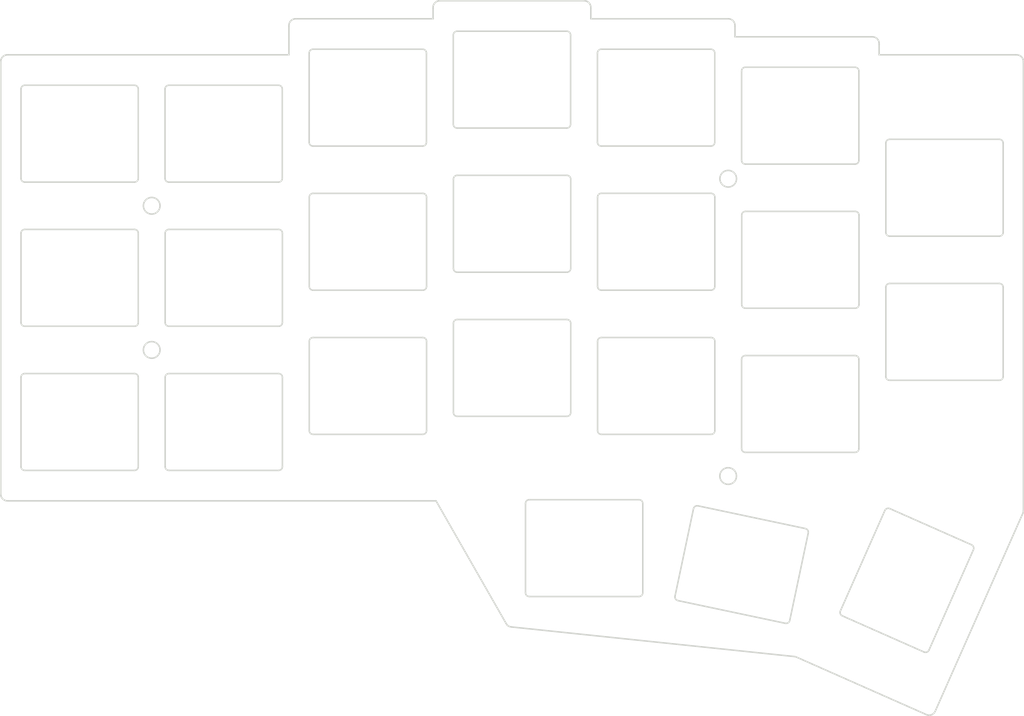
<source format=kicad_pcb>
(kicad_pcb (version 20221018) (generator pcbnew)

  (general
    (thickness 1.6)
  )

  (paper "A4")
  (title_block
    (date "2023-12-04")
  )

  (layers
    (0 "F.Cu" signal)
    (31 "B.Cu" signal)
    (32 "B.Adhes" user "B.Adhesive")
    (33 "F.Adhes" user "F.Adhesive")
    (34 "B.Paste" user)
    (35 "F.Paste" user)
    (36 "B.SilkS" user "B.Silkscreen")
    (37 "F.SilkS" user "F.Silkscreen")
    (38 "B.Mask" user)
    (39 "F.Mask" user)
    (40 "Dwgs.User" user "User.Drawings")
    (41 "Cmts.User" user "User.Comments")
    (42 "Eco1.User" user "User.Eco1")
    (43 "Eco2.User" user "User.Eco2")
    (44 "Edge.Cuts" user)
    (45 "Margin" user)
    (46 "B.CrtYd" user "B.Courtyard")
    (47 "F.CrtYd" user "F.Courtyard")
    (48 "B.Fab" user)
    (49 "F.Fab" user)
  )

  (setup
    (pad_to_mask_clearance 0.2)
    (aux_axis_origin 174 65.7)
    (grid_origin -119.462454 2.779733)
    (pcbplotparams
      (layerselection 0x00010f0_ffffffff)
      (plot_on_all_layers_selection 0x0000000_00000000)
      (disableapertmacros false)
      (usegerberextensions true)
      (usegerberattributes false)
      (usegerberadvancedattributes false)
      (creategerberjobfile false)
      (dashed_line_dash_ratio 12.000000)
      (dashed_line_gap_ratio 3.000000)
      (svgprecision 6)
      (plotframeref false)
      (viasonmask false)
      (mode 1)
      (useauxorigin false)
      (hpglpennumber 1)
      (hpglpenspeed 20)
      (hpglpendiameter 15.000000)
      (dxfpolygonmode true)
      (dxfimperialunits true)
      (dxfusepcbnewfont true)
      (psnegative false)
      (psa4output false)
      (plotreference true)
      (plotvalue true)
      (plotinvisibletext false)
      (sketchpadsonfab false)
      (subtractmaskfromsilk false)
      (outputformat 1)
      (mirror false)
      (drillshape 0)
      (scaleselection 1)
      (outputdirectory "../../../../../../../Desktop/2020-08-15/jlcpcb/corne-top/")
    )
  )

  (net 0 "")

  (gr_curve (pts (xy -23.647391 -19.346015) (xy -23.566161 -19.277964) (xy -23.485437 -19.186319) (xy -23.426646 -19.073115))
    (stroke (width 0.2) (type solid)) (layer "Edge.Cuts") (tstamp 013138bd-a07b-4f69-b925-a06615e90efc))
  (gr_arc (start -83.637454 1.142234) (mid -83.283901 1.288681) (end -83.137454 1.642234)
    (stroke (width 0.2) (type solid)) (layer "Edge.Cuts") (tstamp 02e7c0fd-cfb6-4021-b8c1-39e47fd32379))
  (gr_arc (start -22.437454 13.548484) (mid -22.291007 13.194931) (end -21.937454 13.048484)
    (stroke (width 0.2) (type solid)) (layer "Edge.Cuts") (tstamp 03fcdc9a-5cd8-4bc8-976b-0fd58a6ade60))
  (gr_curve (pts (xy -23.937766 -19.506396) (xy -23.831657 -19.473167) (xy -23.735679 -19.419979) (xy -23.647391 -19.346015))
    (stroke (width 0.2) (type solid)) (layer "Edge.Cuts") (tstamp 04bcc68e-e060-4271-ac03-283919510c2a))
  (gr_arc (start -28.188394 56.97933) (mid -28.452396 56.702294) (end -28.44318 56.319722)
    (stroke (width 0.2) (type solid)) (layer "Edge.Cuts") (tstamp 056230b1-112d-43fc-b72e-2f85cec4297b))
  (gr_arc (start -98.653346 -17.408004) (mid -98.506899 -17.761557) (end -98.153346 -17.908004)
    (stroke (width 0.2) (type solid)) (layer "Edge.Cuts") (tstamp 067a2c16-01a7-456b-a946-5d6718f8e1b1))
  (gr_arc (start -64.587454 17.810984) (mid -64.233901 17.957431) (end -64.087454 18.310984)
    (stroke (width 0.2) (type solid)) (layer "Edge.Cuts") (tstamp 06a99aab-e947-49ed-b16c-edd41830b0df))
  (gr_arc (start -21.937454 25.848484) (mid -22.291007 25.702037) (end -22.437454 25.348484)
    (stroke (width 0.2) (type solid)) (layer "Edge.Cuts") (tstamp 08f939e2-f71d-4a4e-85c8-db2ff3db3233))
  (gr_arc (start -70.062515 42.123363) (mid -69.916068 41.76981) (end -69.562515 41.623363)
    (stroke (width 0.2) (type solid)) (layer "Edge.Cuts") (tstamp 09568c7e-fb8a-4628-bf25-07df5f3f5b32))
  (gr_arc (start -83.653346 -17.908004) (mid -83.299792 -17.761558) (end -83.153346 -17.408004)
    (stroke (width 0.2) (type solid)) (layer "Edge.Cuts") (tstamp 09a103d2-1836-43ab-b420-2c0e62b74739))
  (gr_curve (pts (xy -72.494656 58.173713) (xy -72.558918 58.099914) (xy -72.603066 58.022656) (xy -72.644369 57.950377))
    (stroke (width 0.2) (type solid)) (layer "Edge.Cuts") (tstamp 09c7571e-35d0-48f0-a217-046e03ddf301))
  (gr_line (start -45.053346 -17.409461) (end -45.053346 -5.609461)
    (stroke (width 0.2) (type solid)) (layer "Edge.Cuts") (tstamp 0aaaf485-725b-47cf-81a8-05a2e85c6b81))
  (gr_line (start -22.437454 13.548484) (end -22.437454 25.348484)
    (stroke (width 0.2) (type solid)) (layer "Edge.Cuts") (tstamp 0b2bfff8-9ca9-464c-89ec-714dc074cfc8))
  (gr_line (start -34.384336 62.369967) (end -17.186286 69.984068)
    (stroke (width 0.2) (type solid)) (layer "Edge.Cuts") (tstamp 0d5a3348-b007-4389-bf4f-3fe9bb6443b8))
  (gr_line (start -41.503346 -3.225) (end -41.503346 -15.025)
    (stroke (width 0.2) (type solid)) (layer "Edge.Cuts") (tstamp 0dc2bcb1-ecc3-4685-a1c0-7297c2d09c53))
  (gr_line (start -82.278346 -23.314276) (end -82.278346 -21.933004)
    (stroke (width 0.2) (type solid)) (layer "Edge.Cuts") (tstamp 10822e78-c8fc-49a7-a73e-74c490716b1c))
  (gr_circle (center -119.462454 2.779733) (end -118.362454 2.779733)
    (stroke (width 0.2) (type solid)) (fill none) (layer "Edge.Cuts") (tstamp 113480db-3e24-43db-9fc9-5377c192b779))
  (gr_curve (pts (xy -138.412456 41.779738) (xy -138.533959 41.779738) (xy -138.663795 41.779738) (xy -138.803036 41.736134))
    (stroke (width 0.2) (type solid)) (layer "Edge.Cuts") (tstamp 11a5df2d-f769-4ff7-a023-2676cac28fb8))
  (gr_line (start -102.687457 37.754739) (end -117.187457 37.754739)
    (stroke (width 0.2) (type solid)) (layer "Edge.Cuts") (tstamp 1293b62b-05e5-423d-917b-5aed1ac1e22e))
  (gr_arc (start -136.737459 -12.645443) (mid -136.591012 -12.998996) (end -136.237459 -13.145443)
    (stroke (width 0.2) (type solid)) (layer "Edge.Cuts") (tstamp 12c06689-acee-4edc-997b-9c9240a761ba))
  (gr_line (start -79.087454 -1.239016) (end -64.587454 -1.239016)
    (stroke (width 0.2) (type solid)) (layer "Edge.Cuts") (tstamp 1523b017-c278-40af-ab44-f4ee6b3b5d70))
  (gr_line (start -16.73892 61.501449) (end -10.868995 48.242716)
    (stroke (width 0.2) (type solid)) (layer "Edge.Cuts") (tstamp 15625772-70d9-4e1f-8009-d6940603096d))
  (gr_line (start -43.378346 -21.934461) (end -61.428346 -21.934461)
    (stroke (width 0.2) (type solid)) (layer "Edge.Cuts") (tstamp 1607ff18-5569-4449-8ede-9ae022fc5dd0))
  (gr_line (start -71.880134 58.448814) (end -34.384336 62.369967)
    (stroke (width 0.2) (type solid)) (layer "Edge.Cuts") (tstamp 169a1c12-ba0e-4231-aaf2-03eba4a50a04))
  (gr_line (start -98.653346 -17.408004) (end -98.653346 -5.608004)
    (stroke (width 0.2) (type solid)) (layer "Edge.Cuts") (tstamp 173d49c8-f534-4d98-8e5e-8fd527b2b413))
  (gr_arc (start -25.988504 15.824005) (mid -26.134951 16.177558) (end -26.488504 16.324005)
    (stroke (width 0.2) (type solid)) (layer "Edge.Cuts") (tstamp 17be72a4-e246-411b-8da7-4c602982c2c4))
  (gr_line (start -28.188394 56.97933) (end -17.398529 61.756235)
    (stroke (width 0.2) (type solid)) (layer "Edge.Cuts") (tstamp 19f67bbd-5a5e-4e60-8fa5-b195440f68ef))
  (gr_arc (start -11.123781 47.583108) (mid -10.859779 47.860144) (end -10.868995 48.242716)
    (stroke (width 0.2) (type solid)) (layer "Edge.Cuts") (tstamp 1af49013-c5c9-475a-82df-d56e03e56c7c))
  (gr_arc (start -60.540218 1.636757) (mid -60.393771 1.283204) (end -60.040218 1.136757)
    (stroke (width 0.2) (type solid)) (layer "Edge.Cuts") (tstamp 1b52de19-a23f-4490-b9ed-ef965eb3cdce))
  (gr_line (start -139.412463 -16.170415) (end -139.412456 40.779738)
    (stroke (width 0.2) (type solid)) (layer "Edge.Cuts") (tstamp 1cb5779c-8572-475d-9542-a6ecc469ced9))
  (gr_line (start -79.087454 17.810984) (end -64.587454 17.810984)
    (stroke (width 0.2) (type solid)) (layer "Edge.Cuts") (tstamp 1e02d2e2-c7f9-4d06-881e-5ddf722ad642))
  (gr_curve (pts (xy -23.342835 -18.814915) (xy -23.328346 -18.722579) (xy -23.328346 -18.634824) (xy -23.328346 -18.55))
    (stroke (width 0.2) (type solid)) (layer "Edge.Cuts") (tstamp 1eb7f74c-17c7-47d4-ae27-66bc46eb2421))
  (gr_line (start -23.328346 -17.16875) (end -23.328346 -18.55)
    (stroke (width 0.2) (type solid)) (layer "Edge.Cuts") (tstamp 1eef421e-0070-4420-87c3-bba1ac182f7e))
  (gr_line (start -102.187456 18.204736) (end -102.187456 6.404736)
    (stroke (width 0.2) (type solid)) (layer "Edge.Cuts") (tstamp 20d3688a-e5c4-4062-8854-3f2d773db0f9))
  (gr_line (start -60.553346 -5.609461) (end -60.553346 -17.409461)
    (stroke (width 0.2) (type solid)) (layer "Edge.Cuts") (tstamp 22516739-d63f-46ba-8190-6de10405b871))
  (gr_line (start -98.637456 32.492236) (end -98.637456 20.692236)
    (stroke (width 0.2) (type solid)) (layer "Edge.Cuts") (tstamp 23496b14-5e0a-4d1b-969a-cb0db4780caa))
  (gr_curve (pts (xy -100.851461 -21.834704) (xy -100.758397 -21.883036) (xy -100.670244 -21.906435) (xy -100.593261 -21.918515))
    (stroke (width 0.2) (type solid)) (layer "Edge.Cuts") (tstamp 23534cf5-abda-48c5-9285-c12f45b3f5fd))
  (gr_arc (start -102.187457 37.254739) (mid -102.333904 37.608292) (end -102.687457 37.754739)
    (stroke (width 0.2) (type solid)) (layer "Edge.Cuts") (tstamp 25e953df-faf0-4136-8063-9d200147f8c1))
  (gr_arc (start -102.687456 5.904736) (mid -102.333903 6.051183) (end -102.187456 6.404736)
    (stroke (width 0.2) (type solid)) (layer "Edge.Cuts") (tstamp 28b7e113-994a-4cfb-8463-8b149e19f22a))
  (gr_line (start -45.037515 32.492232) (end -45.037515 20.692232)
    (stroke (width 0.2) (type solid)) (layer "Edge.Cuts") (tstamp 2b233c9d-9ef8-4611-9a17-cd2cca59be45))
  (gr_line (start -83.137456 20.692236) (end -83.137456 32.492236)
    (stroke (width 0.2) (type solid)) (layer "Edge.Cuts") (tstamp 2e20694e-1cfb-43a7-b4c8-21f56027b725))
  (gr_curve (pts (xy -139.093411 41.575753) (xy -139.174641 41.507702) (xy -139.255365 41.416057) (xy -139.314156 41.302853))
    (stroke (width 0.2) (type solid)) (layer "Edge.Cuts") (tstamp 2ea9b89b-c0c3-43a4-8663-c8f6d4240503))
  (gr_curve (pts (xy -16.938184 70.078065) (xy -17.02848 70.053933) (xy -17.108723 70.018407) (xy -17.186286 69.984068))
    (stroke (width 0.2) (type solid)) (layer "Edge.Cuts") (tstamp 2ec641cd-5eb9-498c-951a-22b4f79c976e))
  (gr_arc (start -136.237454 18.704733) (mid -136.591007 18.558286) (end -136.737454 18.204733)
    (stroke (width 0.2) (type solid)) (layer "Edge.Cuts") (tstamp 2eff049a-af21-4dfc-b053-2c56a3ea35a9))
  (gr_line (start -83.153346 -5.608004) (end -83.153346 -17.408004)
    (stroke (width 0.2) (type solid)) (layer "Edge.Cuts") (tstamp 2f200841-7040-4c95-9687-7b46dccd0981))
  (gr_line (start -15.867064 69.474505) (end -4.34811 43.456521)
    (stroke (width 0.2) (type solid)) (layer "Edge.Cuts") (tstamp 2fb202ed-7517-414e-9171-e0ea0e76e12c))
  (gr_arc (start -60.037515 32.992232) (mid -60.391068 32.845785) (end -60.537515 32.492232)
    (stroke (width 0.2) (type solid)) (layer "Edge.Cuts") (tstamp 2fd1a06c-9932-4e0f-b643-5690bbf9be9b))
  (gr_arc (start -45.040218 13.436757) (mid -45.186665 13.79031) (end -45.540218 13.936757)
    (stroke (width 0.2) (type solid)) (layer "Edge.Cuts") (tstamp 30d98085-100e-4f2b-803e-4a99a99c0fe7))
  (gr_line (start -60.037515 32.992232) (end -45.537515 32.992232)
    (stroke (width 0.2) (type solid)) (layer "Edge.Cuts") (tstamp 30ee27a1-5aed-4aa0-901f-e3e51c177ef8))
  (gr_line (start -60.053346 -17.909461) (end -45.553346 -17.909461)
    (stroke (width 0.2) (type solid)) (layer "Edge.Cuts") (tstamp 3276e9aa-5e7b-49cb-a8e0-2a9e17420fc3))
  (gr_arc (start -136.237456 37.754736) (mid -136.591009 37.608289) (end -136.737456 37.254736)
    (stroke (width 0.2) (type solid)) (layer "Edge.Cuts") (tstamp 341e5e08-0545-48b2-8cf0-96c430133c56))
  (gr_curve (pts (xy -4.581548 -16.964765) (xy -4.500318 -16.896714) (xy -4.419594 -16.805069) (xy -4.360803 -16.691865))
    (stroke (width 0.2) (type solid)) (layer "Edge.Cuts") (tstamp 343c81f6-bdeb-4bec-af6d-917a1a19d59c))
  (gr_line (start -117.187456 18.704736) (end -102.687456 18.704736)
    (stroke (width 0.2) (type solid)) (layer "Edge.Cuts") (tstamp 346c9980-5fc8-40af-9ef7-499fb4483ef5))
  (gr_curve (pts (xy -42.392835 -21.199376) (xy -42.378346 -21.10704) (xy -42.378346 -21.019285) (xy -42.378346 -20.934461))
    (stroke (width 0.2) (type solid)) (layer "Edge.Cuts") (tstamp 35a78bbe-38d7-4dab-85e3-c7aef4901f08))
  (gr_arc (start -54.562515 53.923363) (mid -54.708962 54.276916) (end -55.062515 54.423363)
    (stroke (width 0.2) (type solid)) (layer "Edge.Cuts") (tstamp 36bfcef6-153f-4114-8546-d48ff502e92b))
  (gr_line (start -42.378346 -19.55) (end -42.378346 -20.934461)
    (stroke (width 0.2) (type solid)) (layer "Edge.Cuts") (tstamp 36d83389-91a9-4ee1-a524-e5fba7332450))
  (gr_line (start -102.687456 5.904736) (end -117.187456 5.904736)
    (stroke (width 0.2) (type solid)) (layer "Edge.Cuts") (tstamp 37f5307c-d151-4f7b-b9ed-a84b5a4d3a45))
  (gr_arc (start -117.687457 25.454739) (mid -117.54101 25.101186) (end -117.187457 24.954739)
    (stroke (width 0.2) (type solid)) (layer "Edge.Cuts") (tstamp 3893d005-9a0a-445a-be16-a23e877bdb74))
  (gr_curve (pts (xy -101.284742 -21.323584) (xy -101.251513 -21.429692) (xy -101.198325 -21.52567) (xy -101.124361 -21.613959))
    (stroke (width 0.2) (type solid)) (layer "Edge.Cuts") (tstamp 38ab811d-d23d-4bfc-8d44-7516983b502c))
  (gr_curve (pts (xy -4.360803 -16.691865) (xy -4.312471 -16.598801) (xy -4.289072 -16.510648) (xy -4.276992 -16.433665))
    (stroke (width 0.2) (type solid)) (layer "Edge.Cuts") (tstamp 3969b5ca-dbba-4f86-8bca-685466109488))
  (gr_line (start -117.687457 37.254739) (end -117.687457 25.454739)
    (stroke (width 0.2) (type solid)) (layer "Edge.Cuts") (tstamp 3ab2ad15-b572-4bb6-8c82-8b128c24fb6c))
  (gr_line (start -21.937454 25.848484) (end -7.437454 25.848484)
    (stroke (width 0.2) (type solid)) (layer "Edge.Cuts") (tstamp 3abcb718-86c7-4c7d-a996-ce114da0ad83))
  (gr_line (start -98.153346 -5.108004) (end -83.653346 -5.108004)
    (stroke (width 0.2) (type solid)) (layer "Edge.Cuts") (tstamp 3be770e2-6ee6-4a03-bdf2-a4449fa06ac6))
  (gr_line (start -47.267042 42.438593) (end -33.080752 45.438458)
    (stroke (width 0.2) (type solid)) (layer "Edge.Cuts") (tstamp 3f97fd70-5ebb-4c26-9f8d-076e73748171))
  (gr_line (start -26.488504 16.324005) (end -40.988504 16.324005)
    (stroke (width 0.2) (type solid)) (layer "Edge.Cuts") (tstamp 3feb727c-50e8-40a8-9cff-6edb877a8531))
  (gr_curve (pts (xy -138.935579 -17.072115) (xy -138.842516 -17.120446) (xy -138.754364 -17.143845) (xy -138.677381 -17.155925))
    (stroke (width 0.2) (type solid)) (layer "Edge.Cuts") (tstamp 40eaa94a-298d-46cf-a2ad-300b2cb40431))
  (gr_arc (start -6.937454 25.348484) (mid -7.083901 25.702037) (end -7.437454 25.848484)
    (stroke (width 0.2) (type solid)) (layer "Edge.Cuts") (tstamp 40f9875c-b20a-46ca-b50f-e2a20784703f))
  (gr_curve (pts (xy -4.262502 43.051692) (xy -4.262502 43.114725) (xy -4.262502 43.181926) (xy -4.278945 43.259681))
    (stroke (width 0.2) (type solid)) (layer "Edge.Cuts") (tstamp 4130d188-2d8b-4df6-ad71-155054346348))
  (gr_arc (start -64.103346 -7.989276) (mid -64.249792 -7.635722) (end -64.603346 -7.489276)
    (stroke (width 0.2) (type solid)) (layer "Edge.Cuts") (tstamp 42de569d-c2b8-4223-8ca8-fe70d06145eb))
  (gr_arc (start -26.003346 34.873363) (mid -26.149793 35.226916) (end -26.503346 35.373363)
    (stroke (width 0.2) (type solid)) (layer "Edge.Cuts") (tstamp 474d0979-388f-4960-bec7-f821ea35b25f))
  (gr_line (start -60.540218 1.636757) (end -60.540218 13.436757)
    (stroke (width 0.2) (type solid)) (layer "Edge.Cuts") (tstamp 482c28dd-dd4c-4209-a674-89d3a4af1310))
  (gr_line (start -64.603346 -20.289276) (end -79.103346 -20.289276)
    (stroke (width 0.2) (type solid)) (layer "Edge.Cuts") (tstamp 4b99bb73-3036-4ddb-93d7-eba21111f546))
  (gr_line (start -136.737454 6.404733) (end -136.737454 18.204733)
    (stroke (width 0.2) (type solid)) (layer "Edge.Cuts") (tstamp 4cc51cb4-9f0b-43c4-9102-ba89403ca66b))
  (gr_arc (start -26.003346 -3.225) (mid -26.149792 -2.871446) (end -26.503346 -2.725)
    (stroke (width 0.2) (type solid)) (layer "Edge.Cuts") (tstamp 4d5e624d-86b3-42c6-826c-99fb94f63789))
  (gr_arc (start -22.573255 43.060989) (mid -22.296218 42.796986) (end -21.913646 42.806203)
    (stroke (width 0.2) (type solid)) (layer "Edge.Cuts") (tstamp 4d6f83a4-faa6-4e46-9315-879381ac1e71))
  (gr_arc (start -136.237459 -0.345443) (mid -136.591012 -0.49189) (end -136.737459 -0.845443)
    (stroke (width 0.2) (type solid)) (layer "Edge.Cuts") (tstamp 4fceec42-d367-4b1c-b31b-ef984668b9c0))
  (gr_arc (start -26.503346 -15.525) (mid -26.149793 -15.378553) (end -26.003346 -15.025)
    (stroke (width 0.2) (type solid)) (layer "Edge.Cuts") (tstamp 539641c6-224a-4140-a8ae-28ccf8b9474b))
  (gr_curve (pts (xy -62.428346 -24.314276) (xy -62.306843 -24.314276) (xy -62.177007 -24.314276) (xy -62.037766 -24.270672))
    (stroke (width 0.2) (type solid)) (layer "Edge.Cuts") (tstamp 54382cf9-e327-4549-bc57-a1618ceb9de3))
  (gr_curve (pts (xy -82.278346 -23.314276) (xy -82.278346 -23.435778) (xy -82.278346 -23.565614) (xy -82.234742 -23.704855))
    (stroke (width 0.2) (type solid)) (layer "Edge.Cuts") (tstamp 568bef73-a6da-4ebc-b842-79eb2c3f793c))
  (gr_arc (start -45.537515 20.192232) (mid -45.183962 20.338679) (end -45.037515 20.692232)
    (stroke (width 0.2) (type solid)) (layer "Edge.Cuts") (tstamp 57f9c6ac-873c-4b1a-8d6e-a1174b909f63))
  (gr_line (start -22.437454 -5.501516) (end -22.437454 6.298484)
    (stroke (width 0.2) (type solid)) (layer "Edge.Cuts") (tstamp 58246735-ee96-4c30-a0fe-91b35dbcac22))
  (gr_arc (start -21.937454 6.798484) (mid -22.291007 6.652037) (end -22.437454 6.298484)
    (stroke (width 0.2) (type solid)) (layer "Edge.Cuts") (tstamp 5852148a-ce4a-49e0-82ab-64631e0b3a46))
  (gr_curve (pts (xy -4.278945 43.259681) (xy -4.295387 43.337436) (xy -4.322593 43.398884) (xy -4.34811 43.456521))
    (stroke (width 0.2) (type solid)) (layer "Edge.Cuts") (tstamp 58e3f1bb-fd80-486d-9fa0-2ce94c82c01d))
  (gr_curve (pts (xy -42.697391 -21.730476) (xy -42.616161 -21.662426) (xy -42.535437 -21.57078) (xy -42.476646 -21.457576))
    (stroke (width 0.2) (type solid)) (layer "Edge.Cuts") (tstamp 58ea657f-0e78-4dec-966c-2323dab3bfc8))
  (gr_curve (pts (xy -139.397967 41.044653) (xy -139.412456 40.952317) (xy -139.412456 40.864562) (xy -139.412456 40.779738))
    (stroke (width 0.2) (type solid)) (layer "Edge.Cuts") (tstamp 5970026b-6290-45c4-8f50-8722ad144419))
  (gr_line (start -64.087454 18.310984) (end -64.087454 30.110984)
    (stroke (width 0.2) (type solid)) (layer "Edge.Cuts") (tstamp 5a45527a-15b0-476a-a245-80b40e306dc2))
  (gr_line (start -41.003346 -15.525) (end -26.503346 -15.525)
    (stroke (width 0.2) (type solid)) (layer "Edge.Cuts") (tstamp 5db91697-d3db-44eb-b437-25456573e181))
  (gr_circle (center -119.462454 21.829734) (end -118.362454 21.829734)
    (stroke (width 0.2) (type solid)) (fill none) (layer "Edge.Cuts") (tstamp 5e1d934c-6cea-4903-ac7f-f44a6d981fa7))
  (gr_curve (pts (xy -100.593261 -21.918515) (xy -100.500925 -21.933004) (xy -100.41317 -21.933004) (xy -100.328346 -21.933004))
    (stroke (width 0.2) (type solid)) (layer "Edge.Cuts") (tstamp 5eea7b50-c0cb-4f85-97ad-4781f1d82bba))
  (gr_line (start -26.503346 -2.725) (end -41.003346 -2.725)
    (stroke (width 0.2) (type solid)) (layer "Edge.Cuts") (tstamp 61275b08-8620-4d80-92e7-1d9fc3ac02b5))
  (gr_line (start -121.237454 18.204733) (end -121.237454 6.404733)
    (stroke (width 0.2) (type solid)) (layer "Edge.Cuts") (tstamp 61da0099-925b-4bfb-9e51-ff9179ff83aa))
  (gr_arc (start -60.053346 -5.109461) (mid -60.406899 -5.255908) (end -60.553346 -5.609461)
    (stroke (width 0.2) (type solid)) (layer "Edge.Cuts") (tstamp 62978957-b5d2-4281-b78d-6e90da73981d))
  (gr_arc (start -60.537515 20.692232) (mid -60.391068 20.338679) (end -60.037515 20.192232)
    (stroke (width 0.2) (type solid)) (layer "Edge.Cuts") (tstamp 62f01930-2b54-4433-8e61-f780f811cc6c))
  (gr_line (start -101.328346 -17.170632) (end -138.412469 -17.170415)
    (stroke (width 0.2) (type solid)) (layer "Edge.Cuts") (tstamp 6303a815-0292-4de7-91d3-d701cfcfbf98))
  (gr_curve (pts (xy -16.668158 70.105955) (xy -16.772821 70.112475) (xy -16.862901 70.098184) (xy -16.938184 70.078065))
    (stroke (width 0.2) (type solid)) (layer "Edge.Cuts") (tstamp 639a303b-f59c-4d5c-96c0-e443b8693c80))
  (gr_line (start -50.300938 54.369036) (end -47.859668 42.824332)
    (stroke (width 0.2) (type solid)) (layer "Edge.Cuts") (tstamp 64feca16-e906-496b-a6b3-6f07b7543fd7))
  (gr_line (start -54.562515 42.123363) (end -54.562515 53.923363)
    (stroke (width 0.2) (type solid)) (layer "Edge.Cuts") (tstamp 65df47b4-ac1e-4bf3-81a0-3864ab3401ba))
  (gr_arc (start -83.153346 -5.608004) (mid -83.299793 -5.254451) (end -83.653346 -5.108004)
    (stroke (width 0.2) (type solid)) (layer "Edge.Cuts") (tstamp 662d38aa-ca28-44ad-b9d4-06e13439520b))
  (gr_arc (start -22.437454 -5.501516) (mid -22.291007 -5.855069) (end -21.937454 -6.001516)
    (stroke (width 0.2) (type solid)) (layer "Edge.Cuts") (tstamp 666525c4-fadf-409b-96eb-101d79fb86d5))
  (gr_line (start -64.587454 30.610984) (end -79.087454 30.610984)
    (stroke (width 0.2) (type solid)) (layer "Edge.Cuts") (tstamp 68053bfd-6dab-44ca-999d-3a115ef11776))
  (gr_curve (pts (xy -61.747391 -24.110291) (xy -61.666161 -24.04224) (xy -61.585437 -23.950595) (xy -61.526646 -23.837391))
    (stroke (width 0.2) (type solid)) (layer "Edge.Cuts") (tstamp 696d3fdd-a4d4-48d3-9e67-32cb6acc250e))
  (gr_curve (pts (xy -16.329257 70.014586) (xy -16.424365 70.061313) (xy -16.540845 70.098025) (xy -16.668158 70.105955))
    (stroke (width 0.2) (type solid)) (layer "Edge.Cuts") (tstamp 6aec57fc-9433-47e5-a07a-ee6993e1fa89))
  (gr_curve (pts (xy -101.328346 -20.933004) (xy -101.328346 -21.054507) (xy -101.328346 -21.184343) (xy -101.284742 -21.323584))
    (stroke (width 0.2) (type solid)) (layer "Edge.Cuts") (tstamp 6c649f7d-38c3-4623-816b-0b6c58a280e4))
  (gr_arc (start -121.737454 5.904733) (mid -121.383901 6.05118) (end -121.237454 6.404733)
    (stroke (width 0.2) (type solid)) (layer "Edge.Cuts") (tstamp 6ea681cb-a761-4260-84ac-e3fa18b94099))
  (gr_line (start -6.937454 25.348484) (end -6.937454 13.548484)
    (stroke (width 0.2) (type solid)) (layer "Edge.Cuts") (tstamp 6fb0ced7-acb8-4d57-923d-8701dc707959))
  (gr_curve (pts (xy -82.234742 -23.704855) (xy -82.201513 -23.810964) (xy -82.148325 -23.906942) (xy -82.074361 -23.99523))
    (stroke (width 0.2) (type solid)) (layer "Edge.Cuts") (tstamp 70a474bb-914e-4989-8f71-ae302040d55e))
  (gr_arc (start -102.687457 24.954739) (mid -102.333903 25.101185) (end -102.187457 25.454739)
    (stroke (width 0.2) (type solid)) (layer "Edge.Cuts") (tstamp 70cd3bc0-83a1-429f-857b-8161474692e5))
  (gr_line (start -7.437454 -6.001516) (end -21.937454 -6.001516)
    (stroke (width 0.2) (type solid)) (layer "Edge.Cuts") (tstamp 746268ed-d0f8-4195-8d30-a3112590a622))
  (gr_curve (pts (xy -138.803036 41.736134) (xy -138.909145 41.702905) (xy -139.005123 41.649717) (xy -139.093411 41.575753))
    (stroke (width 0.2) (type solid)) (layer "Edge.Cuts") (tstamp 7472bf71-4073-4a1b-9906-0af13e6ba7bd))
  (gr_arc (start -45.037515 32.492232) (mid -45.183961 32.845786) (end -45.537515 32.992232)
    (stroke (width 0.2) (type solid)) (layer "Edge.Cuts") (tstamp 78455f69-1e84-459d-88dc-d50e3271de7b))
  (gr_arc (start -117.687456 6.404736) (mid -117.541009 6.051183) (end -117.187456 5.904736)
    (stroke (width 0.2) (type solid)) (layer "Edge.Cuts") (tstamp 7966facf-bb09-4a58-b790-24abc893a20c))
  (gr_line (start -138.412456 41.779738) (end -81.884744 41.779734)
    (stroke (width 0.2) (type solid)) (layer "Edge.Cuts") (tstamp 7aba5f35-327f-4f16-baa6-468f00ec54d1))
  (gr_line (start -83.637456 32.992236) (end -98.137456 32.992236)
    (stroke (width 0.2) (type solid)) (layer "Edge.Cuts") (tstamp 7ad855ac-c40c-413f-9975-cd1b5add8256))
  (gr_curve (pts (xy -43.378346 -21.934461) (xy -43.256843 -21.934461) (xy -43.127007 -21.934461) (xy -42.987766 -21.890857))
    (stroke (width 0.2) (type solid)) (layer "Edge.Cuts") (tstamp 7e853a9a-aa4e-41cd-a113-7014a6a181bb))
  (gr_line (start -41.503346 34.873363) (end -41.503346 23.073363)
    (stroke (width 0.2) (type solid)) (layer "Edge.Cuts") (tstamp 8048cc99-0e64-40d9-a83a-baadc24591e5))
  (gr_line (start -45.537515 20.192232) (end -60.037515 20.192232)
    (stroke (width 0.2) (type solid)) (layer "Edge.Cuts") (tstamp 82e146b5-0f2b-4e37-be75-911b00c273e9))
  (gr_line (start -117.703346 -12.645661) (end -117.703346 -0.845661)
    (stroke (width 0.2) (type solid)) (layer "Edge.Cuts") (tstamp 83138974-bd5f-4fcb-9f2f-db1ed3c5ae96))
  (gr_arc (start -83.137456 32.492236) (mid -83.283902 32.84579) (end -83.637456 32.992236)
    (stroke (width 0.2) (type solid)) (layer "Edge.Cuts") (tstamp 837a8ee3-1654-40ec-961c-b87717e74220))
  (gr_line (start -83.137454 13.442234) (end -83.137454 1.642234)
    (stroke (width 0.2) (type solid)) (layer "Edge.Cuts") (tstamp 86f0f05c-8e12-4147-b4aa-b6eaebc9d9be))
  (gr_line (start -98.637454 1.642234) (end -98.637454 13.442234)
    (stroke (width 0.2) (type solid)) (layer "Edge.Cuts") (tstamp 8762055e-8bfd-4613-9718-9a5fb87e81cb))
  (gr_curve (pts (xy -15.867064 69.474505) (xy -15.916252 69.585606) (xy -15.968813 69.704327) (xy -16.065053 69.813996))
    (stroke (width 0.2) (type solid)) (layer "Edge.Cuts") (tstamp 87d576c9-6e32-4384-b209-4242d617159d))
  (gr_line (start -136.737456 37.254736) (end -136.737456 25.454736)
    (stroke (width 0.2) (type solid)) (layer "Edge.Cuts") (tstamp 883d7ea6-5877-4edc-8ba9-8f9f0c3965d2))
  (gr_curve (pts (xy -101.124361 -21.613959) (xy -101.05631 -21.695189) (xy -100.964665 -21.775913) (xy -100.851461 -21.834704))
    (stroke (width 0.2) (type solid)) (layer "Edge.Cuts") (tstamp 89045f02-020b-4af1-9fd4-7bce95951d05))
  (gr_line (start -98.137454 13.942234) (end -83.637454 13.942234)
    (stroke (width 0.2) (type solid)) (layer "Edge.Cuts") (tstamp 89d6c2d5-c27d-4666-8ed5-dc9cce973c2e))
  (gr_curve (pts (xy -139.314156 41.302853) (xy -139.362488 41.209789) (xy -139.385887 41.121636) (xy -139.397967 41.044653))
    (stroke (width 0.2) (type solid)) (layer "Edge.Cuts") (tstamp 8b64b242-3dfb-40a6-a1d1-fb517f57b1f9))
  (gr_line (start -117.687456 6.404736) (end -117.687456 18.204736)
    (stroke (width 0.2) (type solid)) (layer "Edge.Cuts") (tstamp 8bb8c13c-dee7-4738-86ad-4d04b0b75668))
  (gr_line (start -35.728909 57.961528) (end -49.915199 54.961662)
    (stroke (width 0.2) (type solid)) (layer "Edge.Cuts") (tstamp 8d7421b3-e708-4e69-b721-38202ff40594))
  (gr_arc (start -102.703346 -13.145661) (mid -102.349792 -12.999215) (end -102.203346 -12.645661)
    (stroke (width 0.2) (type solid)) (layer "Edge.Cuts") (tstamp 8d91789f-c93e-43d1-9dbf-67744c029412))
  (gr_arc (start -117.187457 37.754739) (mid -117.54101 37.608292) (end -117.687457 37.254739)
    (stroke (width 0.2) (type solid)) (layer "Edge.Cuts") (tstamp 8f5cc0c1-8037-474c-95fb-9ff3480929e2))
  (gr_arc (start -45.053346 -5.609461) (mid -45.199792 -5.255907) (end -45.553346 -5.109461)
    (stroke (width 0.2) (type solid)) (layer "Edge.Cuts") (tstamp 8f993e30-c54f-44a4-b2d8-f4fa3db9f9d0))
  (gr_arc (start -64.603346 -20.289276) (mid -64.249793 -20.142829) (end -64.103346 -19.789276)
    (stroke (width 0.2) (type solid)) (layer "Edge.Cuts") (tstamp 8fce58d6-51d1-4b68-ac85-d201f9252008))
  (gr_line (start -117.203346 -0.345661) (end -102.703346 -0.345661)
    (stroke (width 0.2) (type solid)) (layer "Edge.Cuts") (tstamp 8ff56ac4-0f08-407f-aaf4-b086aa72c306))
  (gr_line (start -21.937454 6.798484) (end -7.437454 6.798484)
    (stroke (width 0.2) (type solid)) (layer "Edge.Cuts") (tstamp 9088a818-6fd5-4a55-878c-8cad0e932aab))
  (gr_arc (start -121.737456 24.954736) (mid -121.383903 25.101183) (end -121.237456 25.454736)
    (stroke (width 0.2) (type solid)) (layer "Edge.Cuts") (tstamp 90979093-cc2e-4b4f-8d7f-0a3ffa5af627))
  (gr_arc (start -6.937454 6.298484) (mid -7.083901 6.652037) (end -7.437454 6.798484)
    (stroke (width 0.2) (type solid)) (layer "Edge.Cuts") (tstamp 914ea301-ab1f-4cef-903c-46a4c16d4d84))
  (gr_arc (start -83.137454 13.442234) (mid -83.283901 13.795787) (end -83.637454 13.942234)
    (stroke (width 0.2) (type solid)) (layer "Edge.Cuts") (tstamp 926fe270-c487-430d-9a67-6f14c0ac123f))
  (gr_circle (center -43.271782 -0.794121) (end -42.171782 -0.794121)
    (stroke (width 0.2) (type solid)) (fill none) (layer "Edge.Cuts") (tstamp 92751dc3-8e40-4226-876d-99de7e3abfea))
  (gr_line (start -40.988504 3.524005) (end -26.488504 3.524005)
    (stroke (width 0.2) (type solid)) (layer "Edge.Cuts") (tstamp 94586e0d-d47d-4cfe-b0bc-7eb9e449589f))
  (gr_arc (start -79.587454 -0.739016) (mid -79.441007 -1.092569) (end -79.087454 -1.239016)
    (stroke (width 0.2) (type solid)) (layer "Edge.Cuts") (tstamp 94a6f5a8-0576-454f-a102-fc499384a5c7))
  (gr_arc (start -60.553346 -17.409461) (mid -60.406899 -17.763014) (end -60.053346 -17.909461)
    (stroke (width 0.2) (type solid)) (layer "Edge.Cuts") (tstamp 94cad223-5e86-46db-84b7-9fd34fd31d4d))
  (gr_arc (start -41.503346 23.073363) (mid -41.356899 22.71981) (end -41.003346 22.573363)
    (stroke (width 0.2) (type solid)) (layer "Edge.Cuts") (tstamp 9516d1c0-2184-45ff-aa8d-385fee98d83f))
  (gr_arc (start -117.203346 -0.345661) (mid -117.556899 -0.492108) (end -117.703346 -0.845661)
    (stroke (width 0.2) (type solid)) (layer "Edge.Cuts") (tstamp 95cb68c6-2d64-4c7f-aaf0-ab13d368f13c))
  (gr_line (start -45.540218 1.136757) (end -60.040218 1.136757)
    (stroke (width 0.2) (type solid)) (layer "Edge.Cuts") (tstamp 95de190f-972d-485d-8551-a23c271ca0fc))
  (gr_line (start -102.203346 -0.845661) (end -102.203346 -12.645661)
    (stroke (width 0.2) (type solid)) (layer "Edge.Cuts") (tstamp 95e31646-2839-4cad-9309-a822bcc0ce1a))
  (gr_arc (start -79.603346 -19.789276) (mid -79.456899 -20.142829) (end -79.103346 -20.289276)
    (stroke (width 0.2) (type solid)) (layer "Edge.Cuts") (tstamp 964e7cef-e472-429f-9276-dfb74ab228a3))
  (gr_arc (start -79.103346 -7.489276) (mid -79.456899 -7.635723) (end -79.603346 -7.989276)
    (stroke (width 0.2) (type solid)) (layer "Edge.Cuts") (tstamp 966a1b74-e642-45cd-a915-2d957764f25d))
  (gr_arc (start -45.553346 -17.909461) (mid -45.199793 -17.763014) (end -45.053346 -17.409461)
    (stroke (width 0.2) (type solid)) (layer "Edge.Cuts") (tstamp 96e566b7-0f70-4a5e-a11a-b7dc56dc394e))
  (gr_curve (pts (xy -82.074361 -23.99523) (xy -82.00631 -24.07646) (xy -81.914665 -24.157184) (xy -81.801461 -24.215975))
    (stroke (width 0.2) (type solid)) (layer "Edge.Cuts") (tstamp 9981307f-e63c-4523-a911-d749c7369bd7))
  (gr_line (start -5.262502 -17.16875) (end -23.328346 -17.16875)
    (stroke (width 0.2) (type solid)) (layer "Edge.Cuts") (tstamp 99af9178-e239-46b3-826a-917b89a3f71c))
  (gr_arc (start -102.187456 18.204736) (mid -102.333903 18.558289) (end -102.687456 18.704736)
    (stroke (width 0.2) (type solid)) (layer "Edge.Cuts") (tstamp 9bfca4ce-358a-40df-9a0a-0974fff6b26d))
  (gr_line (start -64.103346 -7.989276) (end -64.103346 -19.789276)
    (stroke (width 0.2) (type solid)) (layer "Edge.Cuts") (tstamp 9d2039d0-2ff1-491e-868a-5097620e92d9))
  (gr_line (start -6.937454 6.298484) (end -6.937454 -5.501516)
    (stroke (width 0.2) (type solid)) (layer "Edge.Cuts") (tstamp 9e1e6aaa-36ff-4d61-a7b9-1bd27f80f557))
  (gr_line (start -136.237456 24.954736) (end -121.737456 24.954736)
    (stroke (width 0.2) (type solid)) (layer "Edge.Cuts") (tstamp 9e9fc4c0-0a3e-4a8a-aa87-e25e0ff19b7e))
  (gr_arc (start -26.488504 3.524005) (mid -26.13495 3.670451) (end -25.988504 4.024005)
    (stroke (width 0.2) (type solid)) (layer "Edge.Cuts") (tstamp 9f7bc930-3abc-4452-af34-a56d2ec0b77d))
  (gr_line (start -60.040218 13.936757) (end -45.540218 13.936757)
    (stroke (width 0.2) (type solid)) (layer "Edge.Cuts") (tstamp a012b15b-6d87-4c9d-bfb4-4d74eebaf46f))
  (gr_arc (start -41.003346 35.373363) (mid -41.356899 35.226916) (end -41.503346 34.873363)
    (stroke (width 0.2) (type solid)) (layer "Edge.Cuts") (tstamp a09cd45c-5a34-4230-91ca-3c4319c8a1ae))
  (gr_line (start -121.237456 25.454736) (end -121.237456 37.254736)
    (stroke (width 0.2) (type solid)) (layer "Edge.Cuts") (tstamp a19ba0b7-f4e0-4bd3-84ed-298814124932))
  (gr_line (start -26.003346 23.073363) (end -26.003346 34.873363)
    (stroke (width 0.2) (type solid)) (layer "Edge.Cuts") (tstamp a395c112-7947-4267-86e0-0031827fd93f))
  (gr_line (start -69.562515 41.623363) (end -55.062515 41.623363)
    (stroke (width 0.2) (type solid)) (layer "Edge.Cuts") (tstamp a3d5f26b-40e7-4735-b90e-145fdd50cf9d))
  (gr_line (start -45.040218 13.436757) (end -45.040218 1.636757)
    (stroke (width 0.2) (type solid)) (layer "Edge.Cuts") (tstamp a614137f-77f7-41d3-aa61-73da09a8e77b))
  (gr_line (start -102.703346 -13.145661) (end -117.203346 -13.145661)
    (stroke (width 0.2) (type solid)) (layer "Edge.Cuts") (tstamp a63af331-0ae6-40e6-aebd-f0f5ab0175f7))
  (gr_curve (pts (xy -62.037766 -24.270672) (xy -61.931657 -24.237443) (xy -61.835679 -24.184255) (xy -61.747391 -24.110291))
    (stroke (width 0.2) (type solid)) (layer "Edge.Cuts") (tstamp a6c6f6de-4896-4e27-ad8e-10c27eff51fc))
  (gr_arc (start -98.137456 32.992236) (mid -98.491009 32.845789) (end -98.637456 32.492236)
    (stroke (width 0.2) (type solid)) (layer "Edge.Cuts") (tstamp a718b7c3-c29a-468c-9276-f6663fff6000))
  (gr_arc (start -121.237459 -0.845443) (mid -121.383906 -0.49189) (end -121.737459 -0.345443)
    (stroke (width 0.2) (type solid)) (layer "Edge.Cuts") (tstamp a82fe4a7-a7ca-43aa-9f39-686ff292f7ab))
  (gr_arc (start -41.003346 -2.725) (mid -41.356899 -2.871447) (end -41.503346 -3.225)
    (stroke (width 0.2) (type solid)) (layer "Edge.Cuts") (tstamp a841bdf3-0400-453a-aaa4-c4456bb8d649))
  (gr_arc (start -136.737454 6.404733) (mid -136.591007 6.05118) (end -136.237454 5.904733)
    (stroke (width 0.2) (type solid)) (layer "Edge.Cuts") (tstamp aaefb2cb-12a9-4934-a0b0-d100ed94a260))
  (gr_curve (pts (xy -61.526646 -23.837391) (xy -61.478314 -23.744327) (xy -61.454915 -23.656174) (xy -61.442835 -23.579191))
    (stroke (width 0.2) (type solid)) (layer "Edge.Cuts") (tstamp ab6e194f-bb4f-4427-9414-aba76bb9e4e6))
  (gr_arc (start -79.587454 18.310984) (mid -79.441007 17.957431) (end -79.087454 17.810984)
    (stroke (width 0.2) (type solid)) (layer "Edge.Cuts") (tstamp ac11b936-fdf4-4d8d-a3f1-0d0576ef01d4))
  (gr_line (start -25.988504 4.024005) (end -25.988504 15.824005)
    (stroke (width 0.2) (type solid)) (layer "Edge.Cuts") (tstamp ad4d6161-c4e3-4a1c-a727-235e5fc333aa))
  (gr_line (start -121.737454 5.904733) (end -136.237454 5.904733)
    (stroke (width 0.2) (type solid)) (layer "Edge.Cuts") (tstamp afa1874a-f04b-4e47-a4e1-963b8fb80dc2))
  (gr_curve (pts (xy -23.426646 -19.073115) (xy -23.378314 -18.980051) (xy -23.354915 -18.891898) (xy -23.342835 -18.814915))
    (stroke (width 0.2) (type solid)) (layer "Edge.Cuts") (tstamp afa60578-e291-4ec8-ac8d-d552933ad48e))
  (gr_curve (pts (xy -139.368859 -16.560995) (xy -139.33563 -16.667103) (xy -139.282442 -16.763081) (xy -139.208478 -16.85137))
    (stroke (width 0.2) (type solid)) (layer "Edge.Cuts") (tstamp afdc477c-3186-4008-89db-08e3777f5095))
  (gr_curve (pts (xy -71.880134 58.448814) (xy -71.995575 58.436742) (xy -72.128245 58.422868) (xy -72.26615 58.352736))
    (stroke (width 0.2) (type solid)) (layer "Edge.Cuts") (tstamp b0e58c18-07b7-4090-a93b-8daaa5bdcb58))
  (gr_curve (pts (xy -81.801461 -24.215975) (xy -81.708397 -24.264307) (xy -81.620244 -24.287706) (xy -81.543261 -24.299786))
    (stroke (width 0.2) (type solid)) (layer "Edge.Cuts") (tstamp b128eac5-0efa-4e2e-8874-9ffe0a2f3e36))
  (gr_line (start -98.137456 20.192236) (end -83.637456 20.192236)
    (stroke (width 0.2) (type solid)) (layer "Edge.Cuts") (tstamp b1f3e6d5-0308-4fd9-945f-29525287cd64))
  (gr_arc (start -98.137454 13.942234) (mid -98.491007 13.795787) (end -98.637454 13.442234)
    (stroke (width 0.2) (type solid)) (layer "Edge.Cuts") (tstamp b33b5848-31f0-4e9c-afe7-b5b2f03709bc))
  (gr_line (start -64.087454 -0.739016) (end -64.087454 11.060984)
    (stroke (width 0.2) (type solid)) (layer "Edge.Cuts") (tstamp b3e62311-ec36-4586-bd95-c8c47343b6c7))
  (gr_line (start -136.237459 -13.145443) (end -121.737459 -13.145443)
    (stroke (width 0.2) (type solid)) (layer "Edge.Cuts") (tstamp b63e6979-61eb-45a3-bba6-054b76c16462))
  (gr_arc (start -35.136283 57.575789) (mid -35.352707 57.891395) (end -35.728909 57.961528)
    (stroke (width 0.2) (type solid)) (layer "Edge.Cuts") (tstamp b726126d-33fd-4045-9e12-de07104e247d))
  (gr_line (start -79.603346 -19.789276) (end -79.603346 -7.989276)
    (stroke (width 0.2) (type solid)) (layer "Edge.Cuts") (tstamp b78fe90a-abb2-4193-b908-5b36916306b0))
  (gr_line (start -60.537515 20.692232) (end -60.537515 32.492232)
    (stroke (width 0.2) (type solid)) (layer "Edge.Cuts") (tstamp b7be7a7b-8131-4e8b-a834-4949488b568b))
  (gr_line (start -117.187457 24.954739) (end -102.687457 24.954739)
    (stroke (width 0.2) (type solid)) (layer "Edge.Cuts") (tstamp b8853994-42d0-428a-98d9-e1137c94985b))
  (gr_arc (start -47.859668 42.824332) (mid -47.643244 42.508725) (end -47.267042 42.438593)
    (stroke (width 0.2) (type solid)) (layer "Edge.Cuts") (tstamp b8ab9f08-2c0f-4149-b316-7fd4418af89b))
  (gr_arc (start -83.637456 20.192236) (mid -83.283903 20.338683) (end -83.137456 20.692236)
    (stroke (width 0.2) (type solid)) (layer "Edge.Cuts") (tstamp bb620698-a281-4987-9ba1-a95aad6da518))
  (gr_curve (pts (xy -5.262502 -17.16875) (xy -5.141 -17.16875) (xy -5.011164 -17.16875) (xy -4.871923 -17.125146))
    (stroke (width 0.2) (type solid)) (layer "Edge.Cuts") (tstamp bd381829-3816-4bd7-9beb-91c24f1ca76f))
  (gr_line (start -61.428346 -21.934461) (end -61.428346 -23.314276)
    (stroke (width 0.2) (type solid)) (layer "Edge.Cuts") (tstamp bd8c4883-9a5b-4e57-a501-55b0c2574204))
  (gr_line (start -11.123781 47.583108) (end -21.913646 42.806203)
    (stroke (width 0.2) (type solid)) (layer "Edge.Cuts") (tstamp be22ca65-075c-4722-997b-c647526ccf44))
  (gr_curve (pts (xy -42.476646 -21.457576) (xy -42.428314 -21.364512) (xy -42.404915 -21.276359) (xy -42.392835 -21.199376))
    (stroke (width 0.2) (type solid)) (layer "Edge.Cuts") (tstamp be293f86-4b3a-4987-9bd5-72e14080ac3f))
  (gr_arc (start -33.080752 45.438458) (mid -32.765146 45.654882) (end -32.695014 46.031084)
    (stroke (width 0.2) (type solid)) (layer "Edge.Cuts") (tstamp beecc3a4-e8bb-408c-af31-2f017c045f05))
  (gr_line (start -32.695014 46.031084) (end -35.136283 57.575789)
    (stroke (width 0.2) (type solid)) (layer "Edge.Cuts") (tstamp bf607feb-4298-4d9c-8631-0e49faf007ad))
  (gr_line (start -83.637454 1.142234) (end -98.137454 1.142234)
    (stroke (width 0.2) (type solid)) (layer "Edge.Cuts") (tstamp c12f3938-ee1f-40cb-b653-22f56d332ded))
  (gr_arc (start -41.503346 -15.025) (mid -41.356899 -15.378553) (end -41.003346 -15.525)
    (stroke (width 0.2) (type solid)) (layer "Edge.Cuts") (tstamp c2a7f865-942c-4807-8960-dd4321c0277a))
  (gr_line (start -101.328346 -20.933004) (end -101.328346 -17.170632)
    (stroke (width 0.2) (type solid)) (layer "Edge.Cuts") (tstamp c418c5ce-0273-4992-aad4-9202a8414649))
  (gr_line (start -79.103346 -7.489276) (end -64.603346 -7.489276)
    (stroke (width 0.2) (type solid)) (layer "Edge.Cuts") (tstamp c41f4727-d80b-4c8e-ad0b-5a81e5692174))
  (gr_line (start -26.003346 -15.025) (end -26.003346 -3.225)
    (stroke (width 0.2) (type solid)) (layer "Edge.Cuts") (tstamp c5ba234d-ea71-4c86-8140-0c4cdf511579))
  (gr_curve (pts (xy -138.677381 -17.155925) (xy -138.585046 -17.170414) (xy -138.497292 -17.170415) (xy -138.412469 -17.170415))
    (stroke (width 0.2) (type solid)) (layer "Edge.Cuts") (tstamp c63015ad-fc40-4dde-9bef-54e767c72610))
  (gr_curve (pts (xy -81.543261 -24.299786) (xy -81.450925 -24.314276) (xy -81.36317 -24.314276) (xy -81.278346 -24.314276))
    (stroke (width 0.2) (type solid)) (layer "Edge.Cuts") (tstamp c8458348-ed2b-42e0-a935-f4b53d39697a))
  (gr_line (start -82.278346 -21.933004) (end -100.328346 -21.933004)
    (stroke (width 0.2) (type solid)) (layer "Edge.Cuts") (tstamp c8eea5d2-e8b0-41cb-bb28-40e36378b2a3))
  (gr_arc (start -98.153346 -5.108004) (mid -98.506899 -5.254451) (end -98.653346 -5.608004)
    (stroke (width 0.2) (type solid)) (layer "Edge.Cuts") (tstamp c9f8c157-1e1a-4cf6-9537-9cd470a3feaa))
  (gr_line (start -22.573255 43.060989) (end -28.44318 56.319722)
    (stroke (width 0.2) (type solid)) (layer "Edge.Cuts") (tstamp cab498e9-af2a-492e-8f4a-f69e148f7c03))
  (gr_arc (start -41.488504 4.024005) (mid -41.342057 3.670452) (end -40.988504 3.524005)
    (stroke (width 0.2) (type solid)) (layer "Edge.Cuts") (tstamp cc797b59-61c0-45be-ab0a-9412f083d86b))
  (gr_line (start -62.428346 -24.314276) (end -81.278346 -24.314276)
    (stroke (width 0.2) (type solid)) (layer "Edge.Cuts") (tstamp cd41097f-1626-4239-a04b-3efcf436c2b0))
  (gr_arc (start -64.087454 11.060984) (mid -64.233901 11.414537) (end -64.587454 11.560984)
    (stroke (width 0.2) (type solid)) (layer "Edge.Cuts") (tstamp cf746c89-ac85-41b3-9588-ad026f16bff0))
  (gr_line (start -79.587454 30.110984) (end -79.587454 18.310984)
    (stroke (width 0.2) (type solid)) (layer "Edge.Cuts") (tstamp cfe8afc3-141e-4e9e-9b4e-420e3e047c62))
  (gr_arc (start -69.562515 54.423363) (mid -69.916068 54.276916) (end -70.062515 53.923363)
    (stroke (width 0.2) (type solid)) (layer "Edge.Cuts") (tstamp d1f1d7b4-b4e2-468a-ab94-9abbb526cdc6))
  (gr_line (start -55.062515 54.423363) (end -69.562515 54.423363)
    (stroke (width 0.2) (type solid)) (layer "Edge.Cuts") (tstamp d28769ce-d96b-41d8-8db6-381b5dbb00c9))
  (gr_circle (center -43.278346 38.498363) (end -42.178346 38.498363)
    (stroke (width 0.2) (type solid)) (fill none) (layer "Edge.Cuts") (tstamp d3c89356-ded6-4e86-b26f-82833aada74c))
  (gr_arc (start -26.503346 22.573363) (mid -26.149793 22.71981) (end -26.003346 23.073363)
    (stroke (width 0.2) (type solid)) (layer "Edge.Cuts") (tstamp d80ecdd9-023c-46b5-b13b-f2a6c2399c18))
  (gr_line (start -4.262502 43.051692) (end -4.262502 -16.16875)
    (stroke (width 0.2) (type solid)) (layer "Edge.Cuts") (tstamp da9a944e-8fcb-480c-b6a0-df8ace7c21cc))
  (gr_line (start -102.187457 25.454739) (end -102.187457 37.254739)
    (stroke (width 0.2) (type solid)) (layer "Edge.Cuts") (tstamp dad0cf8d-bcd0-4e6d-b8e1-da1cac276331))
  (gr_line (start -64.587454 11.560984) (end -79.087454 11.560984)
    (stroke (width 0.2) (type solid)) (layer "Edge.Cuts") (tstamp dd527e6e-35e0-4ee4-88d2-86eb16f2b064))
  (gr_line (start -41.003346 22.573363) (end -26.503346 22.573363)
    (stroke (width 0.2) (type solid)) (layer "Edge.Cuts") (tstamp ddb69d2e-10ec-4c92-8665-3d0160725370))
  (gr_line (start -81.884744 41.779734) (end -72.644369 57.950377)
    (stroke (width 0.2) (type solid)) (layer "Edge.Cuts") (tstamp de99050e-108f-4fa6-9095-0be495577e66))
  (gr_arc (start -7.437454 13.048484) (mid -7.083901 13.194931) (end -6.937454 13.548484)
    (stroke (width 0.2) (type solid)) (layer "Edge.Cuts") (tstamp decb8601-2d9b-465d-a3d6-c7d588b63dbb))
  (gr_line (start -70.062515 53.923363) (end -70.062515 42.123363)
    (stroke (width 0.2) (type solid)) (layer "Edge.Cuts") (tstamp e06415a2-0380-4e0b-aa0a-a0334d30c56f))
  (gr_line (start -121.737459 -0.345443) (end -136.237459 -0.345443)
    (stroke (width 0.2) (type solid)) (layer "Edge.Cuts") (tstamp e24fd129-45e6-464d-9150-52a968eccb89))
  (gr_arc (start -64.087454 30.110984) (mid -64.233901 30.464537) (end -64.587454 30.610984)
    (stroke (width 0.2) (type solid)) (layer "Edge.Cuts") (tstamp e2946cd6-e30b-46ed-bd6a-8011e0815113))
  (gr_curve (pts (xy -16.065053 69.813996) (xy -16.138393 69.897569) (xy -16.225883 69.963798) (xy -16.329257 70.014586))
    (stroke (width 0.2) (type solid)) (layer "Edge.Cuts") (tstamp e2e2e58d-67ef-4de6-8540-7aced1fe8fc6))
  (gr_line (start -26.503346 35.373363) (end -41.003346 35.373363)
    (stroke (width 0.2) (type solid)) (layer "Edge.Cuts") (tstamp e54ca4a5-bf6b-4087-9a52-28d3e51b8f45))
  (gr_curve (pts (xy -42.987766 -21.890857) (xy -42.881657 -21.857629) (xy -42.785679 -21.80444) (xy -42.697391 -21.730476))
    (stroke (width 0.2) (type solid)) (layer "Edge.Cuts") (tstamp e65c90e8-c263-4a7a-9e7f-40e4911e6c54))
  (gr_line (start -136.737459 -0.845443) (end -136.737459 -12.645443)
    (stroke (width 0.2) (type solid)) (layer "Edge.Cuts") (tstamp e7c4bf6d-5533-401b-b4a3-b0f766350c40))
  (gr_line (start -121.737456 37.754736) (end -136.237456 37.754736)
    (stroke (width 0.2) (type solid)) (layer "Edge.Cuts") (tstamp e8e74b99-eecf-4792-82a8-4586bc92ca0d))
  (gr_line (start -41.488504 15.824005) (end -41.488504 4.024005)
    (stroke (width 0.2) (type solid)) (layer "Edge.Cuts") (tstamp eab802fa-bf9f-4045-b86f-b59f26d79294))
  (gr_line (start -24.328346 -19.55) (end -42.378346 -19.55)
    (stroke (width 0.2) (type solid)) (layer "Edge.Cuts") (tstamp ecb5fcdb-66e6-4f4e-9632-dcf874f74bef))
  (gr_arc (start -64.587454 -1.239016) (mid -64.233901 -1.092569) (end -64.087454 -0.739016)
    (stroke (width 0.2) (type solid)) (layer "Edge.Cuts") (tstamp ed761e84-9633-40be-87da-c85a7041f640))
  (gr_arc (start -136.737456 25.454736) (mid -136.591009 25.101183) (end -136.237456 24.954736)
    (stroke (width 0.2) (type solid)) (layer "Edge.Cuts") (tstamp edeed95f-141d-4a5e-9166-f2acb3d37452))
  (gr_curve (pts (xy -4.871923 -17.125146) (xy -4.765814 -17.091917) (xy -4.669836 -17.038729) (xy -4.581548 -16.964765))
    (stroke (width 0.2) (type solid)) (layer "Edge.Cuts") (tstamp ee2eacaa-592c-45c3-8916-1e5064f54448))
  (gr_line (start -79.587454 11.060984) (end -79.587454 -0.739016)
    (stroke (width 0.2) (type solid)) (layer "Edge.Cuts") (tstamp ee45ce4a-d32f-4c03-81b6-322fa37268f1))
  (gr_arc (start -98.637456 20.692236) (mid -98.491009 20.338683) (end -98.137456 20.192236)
    (stroke (width 0.2) (type solid)) (layer "Edge.Cuts") (tstamp ee5249da-7752-46d4-a6a3-b8ce62c64189))
  (gr_arc (start -121.237456 37.254736) (mid -121.383903 37.608289) (end -121.737456 37.754736)
    (stroke (width 0.2) (type solid)) (layer "Edge.Cuts") (tstamp eed4e3ce-8b70-49a4-9bdb-8bf4270756b3))
  (gr_arc (start -45.540218 1.136757) (mid -45.186665 1.283204) (end -45.040218 1.636757)
    (stroke (width 0.2) (type solid)) (layer "Edge.Cuts") (tstamp ef274c64-d9ef-4253-a554-aadcf68efd2b))
  (gr_curve (pts (xy -139.412463 -16.170415) (xy -139.412463 -16.291918) (xy -139.412463 -16.421753) (xy -139.368859 -16.560995))
    (stroke (width 0.2) (type solid)) (layer "Edge.Cuts") (tstamp efaccb53-d2c8-4a25-b1bb-d9b0f0c4b092))
  (gr_curve (pts (xy -139.208478 -16.85137) (xy -139.140428 -16.932599) (xy -139.048782 -17.013323) (xy -138.935579 -17.072115))
    (stroke (width 0.2) (type solid)) (layer "Edge.Cuts") (tstamp f0aa14f1-8995-41ab-b48c-5f2c61e32113))
  (gr_arc (start -7.437454 -6.001516) (mid -7.083901 -5.855069) (end -6.937454 -5.501516)
    (stroke (width 0.2) (type solid)) (layer "Edge.Cuts") (tstamp f1279de7-b370-468e-94f1-e1e3c15621f2))
  (gr_line (start -136.237454 18.704733) (end -121.737454 18.704733)
    (stroke (width 0.2) (type solid)) (layer "Edge.Cuts") (tstamp f1bcfb34-2446-490a-b9a2-69932bc8a631))
  (gr_arc (start -98.637454 1.642234) (mid -98.491007 1.288681) (end -98.137454 1.142234)
    (stroke (width 0.2) (type solid)) (layer "Edge.Cuts") (tstamp f29f4000-a3f6-4298-9c1b-3f456767869f))
  (gr_arc (start -55.062515 41.623363) (mid -54.708962 41.76981) (end -54.562515 42.123363)
    (stroke (width 0.2) (type solid)) (layer "Edge.Cuts") (tstamp f2f747bd-ac95-40d9-99d8-02771533c7fc))
  (gr_curve (pts (xy -72.26615 58.352736) (xy -72.332835 58.318823) (xy -72.414574 58.265679) (xy -72.494656 58.173713))
    (stroke (width 0.2) (type solid)) (layer "Edge.Cuts") (tstamp f3316d58-9831-4455-9d4b-50f8415987f3))
  (gr_arc (start -117.703346 -12.645661) (mid -117.556899 -12.999214) (end -117.203346 -13.145661)
    (stroke (width 0.2) (type solid)) (layer "Edge.Cuts") (tstamp f341300b-75d7-498e-8301-4adf2e0ab79d))
  (gr_arc (start -79.087454 11.560984) (mid -79.441007 11.414537) (end -79.587454 11.060984)
    (stroke (width 0.2) (type solid)) (layer "Edge.Cuts") (tstamp f4ff78af-4dda-49b9-a14c-2e6c179a5a10))
  (gr_arc (start -49.915199 54.961662) (mid -50.230805 54.745238) (end -50.300938 54.369036)
    (stroke (width 0.2) (type solid)) (layer "Edge.Cuts") (tstamp f546a060-c627-4aad-ae37-809c7124fee1))
  (gr_arc (start -117.187456 18.704736) (mid -117.541009 18.558289) (end -117.687456 18.204736)
    (stroke (width 0.2) (type solid)) (layer "Edge.Cuts") (tstamp f59c9c64-1f9a-46fa-9110-05e7cc5ef7cb))
  (gr_arc (start -16.73892 61.501449) (mid -17.015957 61.765451) (end -17.398529 61.756235)
    (stroke (width 0.2) (type solid)) (layer "Edge.Cuts") (tstamp f7f8d8db-bfff-45f0-9cec-f56e312bd937))
  (gr_arc (start -121.237454 18.204733) (mid -121.383901 18.558286) (end -121.737454 18.704733)
    (stroke (width 0.2) (type solid)) (layer "Edge.Cuts") (tstamp f8c9cd53-e619-42bc-878f-765a972d06dc))
  (gr_arc (start -102.203346 -0.845661) (mid -102.349793 -0.492108) (end -102.703346 -0.345661)
    (stroke (width 0.2) (type solid)) (layer "Edge.Cuts") (tstamp f8da18f6-b5c8-4b68-8b46-d8a5ee955729))
  (gr_arc (start -40.988504 16.324005) (mid -41.342057 16.177558) (end -41.488504 15.824005)
    (stroke (width 0.2) (type solid)) (layer "Edge.Cuts") (tstamp f95bb291-5cfe-445d-b4d7-167f183a6be5))
  (gr_line (start -45.553346 -5.109461) (end -60.053346 -5.109461)
    (stroke (width 0.2) (type solid)) (layer "Edge.Cuts") (tstamp f9e508db-67c9-4ecb-a719-c0bc3f1a5d44))
  (gr_curve (pts (xy -4.276992 -16.433665) (xy -4.262502 -16.341329) (xy -4.262502 -16.253574) (xy -4.262502 -16.16875))
    (stroke (width 0.2) (type solid)) (layer "Edge.Cuts") (tstamp fb798b69-692b-4b5c-a564-f76eae7f55a0))
  (gr_line (start -7.437454 13.048484) (end -21.937454 13.048484)
    (stroke (width 0.2) (type solid)) (layer "Edge.Cuts") (tstamp fbad52c9-e7cf-4461-b12c-56b592793959))
  (gr_arc (start -79.087454 30.610984) (mid -79.441007 30.464537) (end -79.587454 30.110984)
    (stroke (width 0.2) (type solid)) (layer "Edge.Cuts") (tstamp fbec3bb9-a289-406f-aad2-39a1396c04eb))
  (gr_line (start -83.653346 -17.908004) (end -98.153346 -17.908004)
    (stroke (width 0.2) (type solid)) (layer "Edge.Cuts") (tstamp fc17ed31-9ec6-4faf-90f2-b40f87b28ec0))
  (gr_curve (pts (xy -24.328346 -19.55) (xy -24.206843 -19.55) (xy -24.077007 -19.55) (xy -23.937766 -19.506396))
    (stroke (width 0.2) (type solid)) (layer "Edge.Cuts") (tstamp fd7b2a4a-9a40-4e51-9793-94c763896315))
  (gr_line (start -121.237459 -12.645443) (end -121.237459 -0.845443)
    (stroke (width 0.2) (type solid)) (layer "Edge.Cuts") (tstamp fda06be0-8508-4faf-a609-dd6d66a1e280))
  (gr_arc (start -60.040218 13.936757) (mid -60.393771 13.79031) (end -60.540218 13.436757)
    (stroke (width 0.2) (type solid)) (layer "Edge.Cuts") (tstamp ff61c56f-aeba-42c5-a40e-aadf8fb16549))
  (gr_curve (pts (xy -61.442835 -23.579191) (xy -61.428346 -23.486855) (xy -61.428346 -23.3991) (xy -61.428346 -23.314276))
    (stroke (width 0.2) (type solid)) (layer "Edge.Cuts") (tstamp ff648719-c9a4-406e-a919-791c49c5ca03))
  (gr_arc (start -121.737459 -13.145443) (mid -121.383906 -12.998996) (end -121.237459 -12.645443)
    (stroke (width 0.2) (type solid)) (layer "Edge.Cuts") (tstamp ffb86e18-3985-42ff-9f58-ea67444deb47))

)

</source>
